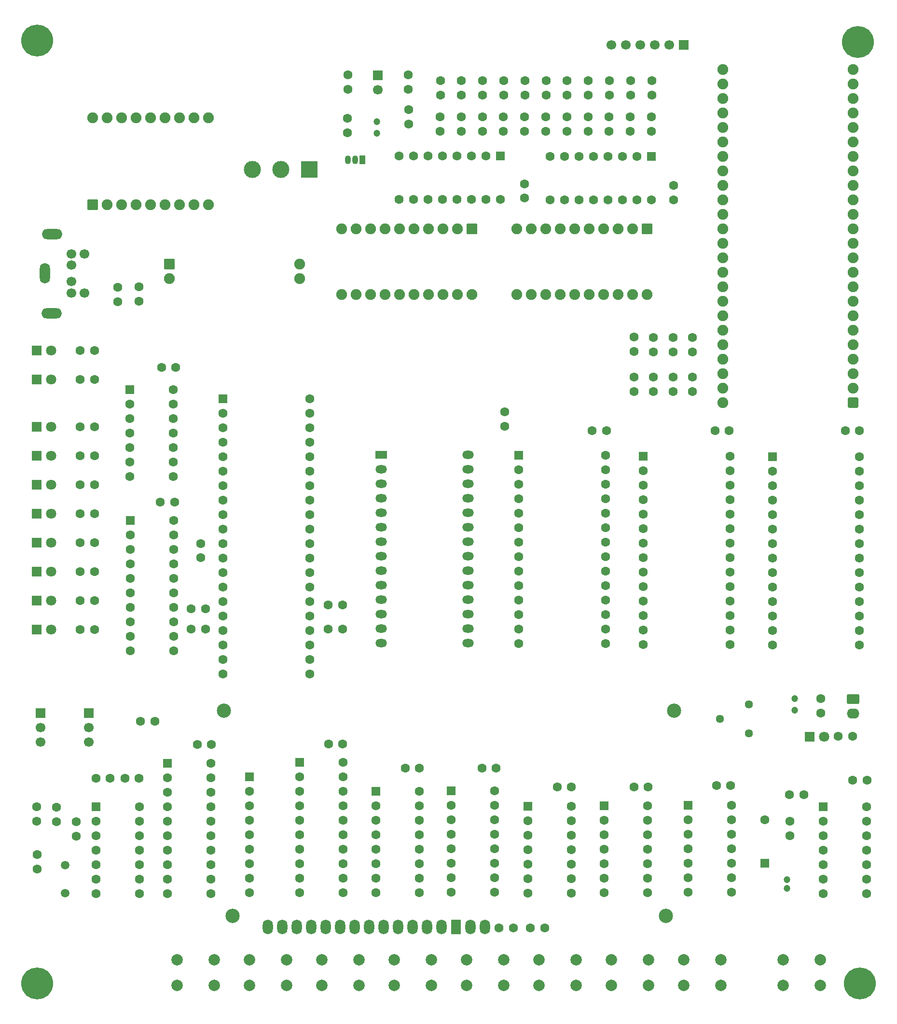
<source format=gbr>
%TF.GenerationSoftware,KiCad,Pcbnew,9.0.4-9.0.4-0~ubuntu24.04.1*%
%TF.CreationDate,2025-09-23T22:40:03-03:00*%
%TF.ProjectId,Kraft80V2,4b726166-7438-4305-9632-2e6b69636164,rev?*%
%TF.SameCoordinates,Original*%
%TF.FileFunction,Soldermask,Bot*%
%TF.FilePolarity,Negative*%
%FSLAX46Y46*%
G04 Gerber Fmt 4.6, Leading zero omitted, Abs format (unit mm)*
G04 Created by KiCad (PCBNEW 9.0.4-9.0.4-0~ubuntu24.04.1) date 2025-09-23 22:40:03*
%MOMM*%
%LPD*%
G01*
G04 APERTURE LIST*
G04 Aperture macros list*
%AMRoundRect*
0 Rectangle with rounded corners*
0 $1 Rounding radius*
0 $2 $3 $4 $5 $6 $7 $8 $9 X,Y pos of 4 corners*
0 Add a 4 corners polygon primitive as box body*
4,1,4,$2,$3,$4,$5,$6,$7,$8,$9,$2,$3,0*
0 Add four circle primitives for the rounded corners*
1,1,$1+$1,$2,$3*
1,1,$1+$1,$4,$5*
1,1,$1+$1,$6,$7*
1,1,$1+$1,$8,$9*
0 Add four rect primitives between the rounded corners*
20,1,$1+$1,$2,$3,$4,$5,0*
20,1,$1+$1,$4,$5,$6,$7,0*
20,1,$1+$1,$6,$7,$8,$9,0*
20,1,$1+$1,$8,$9,$2,$3,0*%
G04 Aperture macros list end*
%ADD10C,1.600000*%
%ADD11C,2.000000*%
%ADD12RoundRect,0.250000X-0.550000X-0.550000X0.550000X-0.550000X0.550000X0.550000X-0.550000X0.550000X0*%
%ADD13R,1.800000X1.800000*%
%ADD14C,1.800000*%
%ADD15C,1.200000*%
%ADD16RoundRect,0.250000X-0.845000X0.620000X-0.845000X-0.620000X0.845000X-0.620000X0.845000X0.620000X0*%
%ADD17O,2.190000X1.740000*%
%ADD18R,3.000000X3.000000*%
%ADD19C,3.000000*%
%ADD20C,5.600000*%
%ADD21R,1.600000X1.600000*%
%ADD22C,1.440000*%
%ADD23C,1.500000*%
%ADD24RoundRect,0.285750X-0.666750X-0.666750X0.666750X-0.666750X0.666750X0.666750X-0.666750X0.666750X0*%
%ADD25C,1.905000*%
%ADD26RoundRect,0.250000X0.550000X-0.550000X0.550000X0.550000X-0.550000X0.550000X-0.550000X-0.550000X0*%
%ADD27R,1.700000X1.700000*%
%ADD28C,1.700000*%
%ADD29RoundRect,0.250000X-0.550000X0.550000X-0.550000X-0.550000X0.550000X-0.550000X0.550000X0.550000X0*%
%ADD30RoundRect,0.250000X-0.702500X0.702500X-0.702500X-0.702500X0.702500X-0.702500X0.702500X0.702500X0*%
%ADD31O,3.600000X1.800000*%
%ADD32O,1.800000X3.600000*%
%ADD33RoundRect,0.375000X0.577500X0.577500X-0.577500X0.577500X-0.577500X-0.577500X0.577500X-0.577500X0*%
%ADD34R,1.050000X1.500000*%
%ADD35O,1.050000X1.500000*%
%ADD36R,2.000000X1.440000*%
%ADD37O,2.000000X1.440000*%
%ADD38C,2.500000*%
%ADD39R,1.800000X2.600000*%
%ADD40O,1.800000X2.600000*%
%ADD41RoundRect,0.285750X0.666750X0.666750X-0.666750X0.666750X-0.666750X-0.666750X0.666750X-0.666750X0*%
G04 APERTURE END LIST*
D10*
%TO.C,R6*%
X46755000Y-129200000D03*
X49295000Y-129200000D03*
%TD*%
%TO.C,R5*%
X46755000Y-125700000D03*
X49295000Y-125700000D03*
%TD*%
%TO.C,R4*%
X73345000Y-129200000D03*
X70805000Y-129200000D03*
%TD*%
%TO.C,R3*%
X73340000Y-125000000D03*
X70800000Y-125000000D03*
%TD*%
D11*
%TO.C,SW5*%
X101550000Y-191750000D03*
X95050000Y-191750000D03*
X101550000Y-187250000D03*
X95050000Y-187250000D03*
%TD*%
D12*
%TO.C,U9*%
X126016200Y-98933400D03*
D10*
X126016200Y-101473400D03*
X126016200Y-104013400D03*
X126016200Y-106553400D03*
X126016200Y-109093400D03*
X126016200Y-111633400D03*
X126016200Y-114173400D03*
X126016200Y-116713400D03*
X126016200Y-119253400D03*
X126016200Y-121793400D03*
X126016200Y-124333400D03*
X126016200Y-126873400D03*
X126016200Y-129413400D03*
X126016200Y-131953400D03*
X141256200Y-131953400D03*
X141256200Y-129413400D03*
X141256200Y-126873400D03*
X141256200Y-124333400D03*
X141256200Y-121793400D03*
X141256200Y-119253400D03*
X141256200Y-116713400D03*
X141256200Y-114173400D03*
X141256200Y-111633400D03*
X141256200Y-109093400D03*
X141256200Y-106553400D03*
X141256200Y-104013400D03*
X141256200Y-101473400D03*
X141256200Y-98933400D03*
%TD*%
%TO.C,R37*%
X108997600Y-33012400D03*
X108997600Y-35552400D03*
%TD*%
%TO.C,R20*%
X74195000Y-39647200D03*
X74195000Y-42187200D03*
%TD*%
D13*
%TO.C,D2*%
X155302400Y-148133200D03*
D14*
X157842400Y-148133200D03*
%TD*%
D10*
%TO.C,C12*%
X141134600Y-94412200D03*
X138634600Y-94412200D03*
%TD*%
D12*
%TO.C,U5*%
X36074800Y-110211000D03*
D10*
X36074800Y-112751000D03*
X36074800Y-115291000D03*
X36074800Y-117831000D03*
X36074800Y-120371000D03*
X36074800Y-122911000D03*
X36074800Y-125451000D03*
X36074800Y-127991000D03*
X36074800Y-130531000D03*
X36074800Y-133071000D03*
X43694800Y-133071000D03*
X43694800Y-130531000D03*
X43694800Y-127991000D03*
X43694800Y-125451000D03*
X43694800Y-122911000D03*
X43694800Y-120371000D03*
X43694800Y-117831000D03*
X43694800Y-115291000D03*
X43694800Y-112751000D03*
X43694800Y-110211000D03*
%TD*%
D11*
%TO.C,SW7*%
X126950000Y-191750000D03*
X120450000Y-191750000D03*
X126950000Y-187250000D03*
X120450000Y-187250000D03*
%TD*%
D10*
%TO.C,R21*%
X29804600Y-80366000D03*
X27264600Y-80366000D03*
%TD*%
D13*
%TO.C,D10*%
X19644600Y-109017200D03*
D14*
X22184600Y-109017200D03*
%TD*%
D11*
%TO.C,SW2*%
X63450000Y-191750000D03*
X56950000Y-191750000D03*
X63450000Y-187250000D03*
X56950000Y-187250000D03*
%TD*%
D10*
%TO.C,R10*%
X29804600Y-124257200D03*
X27264600Y-124257200D03*
%TD*%
D15*
%TO.C,C6*%
X152602400Y-141433200D03*
X152602400Y-143433200D03*
%TD*%
D10*
%TO.C,C13*%
X23100000Y-160500000D03*
X23100000Y-163000000D03*
%TD*%
%TO.C,R15*%
X29804600Y-109017200D03*
X27264600Y-109017200D03*
%TD*%
%TO.C,R17*%
X26600000Y-165550000D03*
X26600000Y-163010000D03*
%TD*%
%TO.C,C11*%
X105195600Y-53635600D03*
X105195600Y-51135600D03*
%TD*%
%TO.C,R44*%
X103240000Y-181600000D03*
X100700000Y-181600000D03*
%TD*%
D13*
%TO.C,D12*%
X19644600Y-85446000D03*
D14*
X22184600Y-85446000D03*
%TD*%
D12*
%TO.C,U18*%
X104248400Y-98755600D03*
D10*
X104248400Y-101295600D03*
X104248400Y-103835600D03*
X104248400Y-106375600D03*
X104248400Y-108915600D03*
X104248400Y-111455600D03*
X104248400Y-113995600D03*
X104248400Y-116535600D03*
X104248400Y-119075600D03*
X104248400Y-121615600D03*
X104248400Y-124155600D03*
X104248400Y-126695600D03*
X104248400Y-129235600D03*
X104248400Y-131775600D03*
X119488400Y-131775600D03*
X119488400Y-129235600D03*
X119488400Y-126695600D03*
X119488400Y-124155600D03*
X119488400Y-121615600D03*
X119488400Y-119075600D03*
X119488400Y-116535600D03*
X119488400Y-113995600D03*
X119488400Y-111455600D03*
X119488400Y-108915600D03*
X119488400Y-106375600D03*
X119488400Y-103835600D03*
X119488400Y-101295600D03*
X119488400Y-98755600D03*
%TD*%
D16*
%TO.C,CN1*%
X162902400Y-141493200D03*
D17*
X162902400Y-144033200D03*
%TD*%
D10*
%TO.C,C1*%
X48444600Y-114224200D03*
X48444600Y-116724200D03*
%TD*%
D12*
%TO.C,U93*%
X133966400Y-160096600D03*
D10*
X133966400Y-162636600D03*
X133966400Y-165176600D03*
X133966400Y-167716600D03*
X133966400Y-170256600D03*
X133966400Y-172796600D03*
X133966400Y-175336600D03*
X141586400Y-175336600D03*
X141586400Y-172796600D03*
X141586400Y-170256600D03*
X141586400Y-167716600D03*
X141586400Y-165176600D03*
X141586400Y-162636600D03*
X141586400Y-160096600D03*
%TD*%
%TO.C,R11*%
X29804600Y-129337200D03*
X27264600Y-129337200D03*
%TD*%
D18*
%TO.C,RV1*%
X67500000Y-48600000D03*
D19*
X62500000Y-48600000D03*
X57500000Y-48600000D03*
%TD*%
D10*
%TO.C,C2*%
X101733800Y-91130200D03*
X101733800Y-93630200D03*
%TD*%
%TO.C,R56*%
X120122800Y-33006000D03*
X120122800Y-35546000D03*
%TD*%
D13*
%TO.C,D6*%
X19644600Y-129337200D03*
D14*
X22184600Y-129337200D03*
%TD*%
D10*
%TO.C,R47*%
X120072000Y-41959600D03*
X120072000Y-39419600D03*
%TD*%
D12*
%TO.C,U4*%
X157664600Y-160381000D03*
D10*
X157664600Y-162921000D03*
X157664600Y-165461000D03*
X157664600Y-168001000D03*
X157664600Y-170541000D03*
X157664600Y-173081000D03*
X157664600Y-175621000D03*
X165284600Y-175621000D03*
X165284600Y-173081000D03*
X165284600Y-170541000D03*
X165284600Y-168001000D03*
X165284600Y-165461000D03*
X165284600Y-162921000D03*
X165284600Y-160381000D03*
%TD*%
%TO.C,R18*%
X19700000Y-168750000D03*
X19700000Y-171290000D03*
%TD*%
D12*
%TO.C,U11*%
X65767400Y-152603600D03*
D10*
X65767400Y-155143600D03*
X65767400Y-157683600D03*
X65767400Y-160223600D03*
X65767400Y-162763600D03*
X65767400Y-165303600D03*
X65767400Y-167843600D03*
X65767400Y-170383600D03*
X65767400Y-172923600D03*
X65767400Y-175463600D03*
X73387400Y-175463600D03*
X73387400Y-172923600D03*
X73387400Y-170383600D03*
X73387400Y-167843600D03*
X73387400Y-165303600D03*
X73387400Y-162763600D03*
X73387400Y-160223600D03*
X73387400Y-157683600D03*
X73387400Y-155143600D03*
X73387400Y-152603600D03*
%TD*%
D11*
%TO.C,SW1*%
X50750000Y-191750000D03*
X44250000Y-191750000D03*
X50750000Y-187250000D03*
X44250000Y-187250000D03*
%TD*%
D12*
%TO.C,U3*%
X79178600Y-157658200D03*
D10*
X79178600Y-160198200D03*
X79178600Y-162738200D03*
X79178600Y-165278200D03*
X79178600Y-167818200D03*
X79178600Y-170358200D03*
X79178600Y-172898200D03*
X79178600Y-175438200D03*
X86798600Y-175438200D03*
X86798600Y-172898200D03*
X86798600Y-170358200D03*
X86798600Y-167818200D03*
X86798600Y-165278200D03*
X86798600Y-162738200D03*
X86798600Y-160198200D03*
X86798600Y-157658200D03*
%TD*%
%TO.C,C8*%
X43807200Y-106934400D03*
X41307200Y-106934400D03*
%TD*%
%TO.C,R34*%
X97872400Y-33012400D03*
X97872400Y-35552400D03*
%TD*%
%TO.C,R57*%
X131282600Y-87595400D03*
X131282600Y-85055400D03*
%TD*%
%TO.C,C17*%
X73316600Y-149400000D03*
X70816600Y-149400000D03*
%TD*%
%TO.C,R45*%
X127488800Y-41959600D03*
X127488800Y-39419600D03*
%TD*%
%TO.C,C99*%
X44055800Y-83363200D03*
X41555800Y-83363200D03*
%TD*%
%TO.C,R52*%
X124450000Y-80570000D03*
X124450000Y-78030000D03*
%TD*%
%TO.C,R7*%
X162842400Y-148033200D03*
X160302400Y-148033200D03*
%TD*%
D20*
%TO.C,REF\u002A\u002A*%
X19743200Y-191410600D03*
%TD*%
D21*
%TO.C,RN1*%
X56928200Y-155143600D03*
D10*
X56928200Y-157683600D03*
X56928200Y-160223600D03*
X56928200Y-162763600D03*
X56928200Y-165303600D03*
X56928200Y-167843600D03*
X56928200Y-170383600D03*
X56928200Y-172923600D03*
X56928200Y-175463600D03*
%TD*%
D15*
%TO.C,C3*%
X151314600Y-173189600D03*
X151314600Y-174689600D03*
%TD*%
D22*
%TO.C,P1*%
X144634400Y-142418200D03*
X139554400Y-144958200D03*
X144634400Y-147498200D03*
%TD*%
D10*
%TO.C,R12*%
X29804600Y-93777200D03*
X27264600Y-93777200D03*
%TD*%
%TO.C,R14*%
X29804600Y-103937200D03*
X27264600Y-103937200D03*
%TD*%
D13*
%TO.C,D11*%
X19644600Y-80366000D03*
D14*
X22184600Y-80366000D03*
%TD*%
D10*
%TO.C,R38*%
X112706000Y-33006000D03*
X112706000Y-35546000D03*
%TD*%
D23*
%TO.C,X1*%
X24600000Y-170650000D03*
X24600000Y-175550000D03*
%TD*%
D10*
%TO.C,R30*%
X84891000Y-38091800D03*
X84891000Y-40631800D03*
%TD*%
D24*
%TO.C,U13*%
X42880000Y-65260000D03*
D25*
X42880000Y-67800000D03*
X65740000Y-67800000D03*
X65740000Y-65260000D03*
%TD*%
D10*
%TO.C,R51*%
X127853600Y-80595400D03*
X127853600Y-78055400D03*
%TD*%
D20*
%TO.C,REF\u002A\u002A*%
X19750000Y-26000000D03*
%TD*%
D11*
%TO.C,SW6*%
X114250000Y-191750000D03*
X107750000Y-191750000D03*
X114250000Y-187250000D03*
X107750000Y-187250000D03*
%TD*%
D26*
%TO.C,D1*%
X147403000Y-170282000D03*
D10*
X147403000Y-162662000D03*
%TD*%
D20*
%TO.C,REF\u002A\u002A*%
X163750000Y-26250000D03*
%TD*%
D10*
%TO.C,R46*%
X123780400Y-41959600D03*
X123780400Y-39419600D03*
%TD*%
%TO.C,R31*%
X84833800Y-34605000D03*
X84833800Y-32065000D03*
%TD*%
%TO.C,R13*%
X29804600Y-98857200D03*
X27264600Y-98857200D03*
%TD*%
%TO.C,R25*%
X105238400Y-41966000D03*
X105238400Y-39426000D03*
%TD*%
D27*
%TO.C,J9*%
X133160000Y-26800000D03*
D28*
X130620000Y-26800000D03*
X128080000Y-26800000D03*
X125540000Y-26800000D03*
X123000000Y-26800000D03*
X120460000Y-26800000D03*
%TD*%
D11*
%TO.C,RST1*%
X157150000Y-191750000D03*
X150650000Y-191750000D03*
X157150000Y-187250000D03*
X150650000Y-187250000D03*
%TD*%
D10*
%TO.C,C97*%
X126910600Y-156896200D03*
X124410600Y-156896200D03*
%TD*%
D27*
%TO.C,J3*%
X79450000Y-32150000D03*
D28*
X79450000Y-34690000D03*
%TD*%
D10*
%TO.C,C9*%
X50300000Y-149500000D03*
X47800000Y-149500000D03*
%TD*%
D29*
%TO.C,U15*%
X101030000Y-46295000D03*
D10*
X98490000Y-46295000D03*
X95950000Y-46295000D03*
X93410000Y-46295000D03*
X90870000Y-46295000D03*
X88330000Y-46295000D03*
X85790000Y-46295000D03*
X83250000Y-46295000D03*
X83250000Y-53915000D03*
X85790000Y-53915000D03*
X88330000Y-53915000D03*
X90870000Y-53915000D03*
X93410000Y-53915000D03*
X95950000Y-53915000D03*
X98490000Y-53915000D03*
X101030000Y-53915000D03*
%TD*%
%TO.C,R55*%
X123831200Y-33006000D03*
X123831200Y-35546000D03*
%TD*%
%TO.C,R2*%
X151670200Y-158242400D03*
X154210200Y-158242400D03*
%TD*%
%TO.C,C90*%
X163994600Y-94412200D03*
X161494600Y-94412200D03*
%TD*%
D12*
%TO.C,U97*%
X119234400Y-160223600D03*
D10*
X119234400Y-162763600D03*
X119234400Y-165303600D03*
X119234400Y-167843600D03*
X119234400Y-170383600D03*
X119234400Y-172923600D03*
X119234400Y-175463600D03*
X126854400Y-175463600D03*
X126854400Y-172923600D03*
X126854400Y-170383600D03*
X126854400Y-167843600D03*
X126854400Y-165303600D03*
X126854400Y-162763600D03*
X126854400Y-160223600D03*
%TD*%
D30*
%TO.C,U12*%
X126770000Y-59035000D03*
D25*
X124230000Y-59035000D03*
X121690000Y-59035000D03*
X119150000Y-59035000D03*
X116610000Y-59035000D03*
X114070000Y-59035000D03*
X111530000Y-59035000D03*
X108990000Y-59035000D03*
X106450000Y-59035000D03*
X103910000Y-59035000D03*
X103910000Y-70592000D03*
X106450000Y-70592000D03*
X108990000Y-70592000D03*
X111530000Y-70592000D03*
X114070000Y-70592000D03*
X116610000Y-70592000D03*
X119150000Y-70592000D03*
X121690000Y-70592000D03*
X124230000Y-70592000D03*
X126770000Y-70592000D03*
%TD*%
D10*
%TO.C,C19*%
X141388600Y-156642200D03*
X138888600Y-156642200D03*
%TD*%
%TO.C,R9*%
X29804600Y-119177200D03*
X27264600Y-119177200D03*
%TD*%
D13*
%TO.C,D7*%
X19644600Y-93777200D03*
D14*
X22184600Y-93777200D03*
%TD*%
D12*
%TO.C,U1*%
X52280000Y-88875000D03*
D10*
X52280000Y-91415000D03*
X52280000Y-93955000D03*
X52280000Y-96495000D03*
X52280000Y-99035000D03*
X52280000Y-101575000D03*
X52280000Y-104115000D03*
X52280000Y-106655000D03*
X52280000Y-109195000D03*
X52280000Y-111735000D03*
X52280000Y-114275000D03*
X52280000Y-116815000D03*
X52280000Y-119355000D03*
X52280000Y-121895000D03*
X52280000Y-124435000D03*
X52280000Y-126975000D03*
X52280000Y-129515000D03*
X52280000Y-132055000D03*
X52280000Y-134595000D03*
X52280000Y-137135000D03*
X67520000Y-137135000D03*
X67520000Y-134595000D03*
X67520000Y-132055000D03*
X67520000Y-129515000D03*
X67520000Y-126975000D03*
X67520000Y-124435000D03*
X67520000Y-121895000D03*
X67520000Y-119355000D03*
X67520000Y-116815000D03*
X67520000Y-114275000D03*
X67520000Y-111735000D03*
X67520000Y-109195000D03*
X67520000Y-106655000D03*
X67520000Y-104115000D03*
X67520000Y-101575000D03*
X67520000Y-99035000D03*
X67520000Y-96495000D03*
X67520000Y-93955000D03*
X67520000Y-91415000D03*
X67520000Y-88875000D03*
%TD*%
%TO.C,R50*%
X131282600Y-80595400D03*
X131282600Y-78055400D03*
%TD*%
D15*
%TO.C,C21*%
X79328400Y-40276200D03*
X79328400Y-42276200D03*
%TD*%
D10*
%TO.C,R43*%
X74273800Y-34561200D03*
X74273800Y-32021200D03*
%TD*%
D30*
%TO.C,U8*%
X95980000Y-59000000D03*
D25*
X93440000Y-59000000D03*
X90900000Y-59000000D03*
X88360000Y-59000000D03*
X85820000Y-59000000D03*
X83280000Y-59000000D03*
X80740000Y-59000000D03*
X78200000Y-59000000D03*
X75660000Y-59000000D03*
X73120000Y-59000000D03*
X73120000Y-70557000D03*
X75660000Y-70557000D03*
X78200000Y-70557000D03*
X80740000Y-70557000D03*
X83280000Y-70557000D03*
X85820000Y-70557000D03*
X88360000Y-70557000D03*
X90900000Y-70557000D03*
X93440000Y-70557000D03*
X95980000Y-70557000D03*
%TD*%
D27*
%TO.C,JP1*%
X20279000Y-143971000D03*
D28*
X20279000Y-146511000D03*
X20279000Y-149051000D03*
%TD*%
D10*
%TO.C,R39*%
X33868000Y-71784200D03*
X33868000Y-69244200D03*
%TD*%
%TO.C,C18*%
X119595400Y-94412200D03*
X117095400Y-94412200D03*
%TD*%
D12*
%TO.C,U6*%
X42602600Y-152730600D03*
D10*
X42602600Y-155270600D03*
X42602600Y-157810600D03*
X42602600Y-160350600D03*
X42602600Y-162890600D03*
X42602600Y-165430600D03*
X42602600Y-167970600D03*
X42602600Y-170510600D03*
X42602600Y-173050600D03*
X42602600Y-175590600D03*
X50222600Y-175590600D03*
X50222600Y-173050600D03*
X50222600Y-170510600D03*
X50222600Y-167970600D03*
X50222600Y-165430600D03*
X50222600Y-162890600D03*
X50222600Y-160350600D03*
X50222600Y-157810600D03*
X50222600Y-155270600D03*
X50222600Y-152730600D03*
%TD*%
%TO.C,R23*%
X112655200Y-41959600D03*
X112655200Y-39419600D03*
%TD*%
D11*
%TO.C,SW8*%
X139650000Y-191750000D03*
X133150000Y-191750000D03*
X139650000Y-187250000D03*
X133150000Y-187250000D03*
%TD*%
D10*
%TO.C,C10*%
X113448600Y-156896200D03*
X110948600Y-156896200D03*
%TD*%
%TO.C,R59*%
X124450000Y-87570000D03*
X124450000Y-85030000D03*
%TD*%
D12*
%TO.C,U7*%
X105797800Y-160294800D03*
D10*
X105797800Y-162834800D03*
X105797800Y-165374800D03*
X105797800Y-167914800D03*
X105797800Y-170454800D03*
X105797800Y-172994800D03*
X105797800Y-175534800D03*
X113417800Y-175534800D03*
X113417800Y-172994800D03*
X113417800Y-170454800D03*
X113417800Y-167914800D03*
X113417800Y-165374800D03*
X113417800Y-162834800D03*
X113417800Y-160294800D03*
%TD*%
%TO.C,R16*%
X19650000Y-162950000D03*
X19650000Y-160410000D03*
%TD*%
%TO.C,R58*%
X127853600Y-87595400D03*
X127853600Y-85055400D03*
%TD*%
%TO.C,R32*%
X90455600Y-33006000D03*
X90455600Y-35546000D03*
%TD*%
D20*
%TO.C,REF\u002A\u002A*%
X164043200Y-191410600D03*
%TD*%
D31*
%TO.C,J4*%
X22311000Y-59991200D03*
X22261000Y-73831200D03*
D32*
X21041000Y-66831200D03*
D28*
X25731000Y-68311200D03*
X25741000Y-65431200D03*
X25741000Y-70311200D03*
X25741000Y-63411200D03*
X28041000Y-70311200D03*
X28041000Y-63411200D03*
%TD*%
D10*
%TO.C,C7*%
X157202400Y-141433200D03*
X157202400Y-143933200D03*
%TD*%
D12*
%TO.C,U10*%
X30083400Y-160384400D03*
D10*
X30083400Y-162924400D03*
X30083400Y-165464400D03*
X30083400Y-168004400D03*
X30083400Y-170544400D03*
X30083400Y-173084400D03*
X30083400Y-175624400D03*
X37703400Y-175624400D03*
X37703400Y-173084400D03*
X37703400Y-170544400D03*
X37703400Y-168004400D03*
X37703400Y-165464400D03*
X37703400Y-162924400D03*
X37703400Y-160384400D03*
%TD*%
D13*
%TO.C,D3*%
X19644600Y-114097200D03*
D14*
X22184600Y-114097200D03*
%TD*%
D10*
%TO.C,R41*%
X116414400Y-33006000D03*
X116414400Y-35546000D03*
%TD*%
%TO.C,R36*%
X105289200Y-33012400D03*
X105289200Y-35552400D03*
%TD*%
%TO.C,R49*%
X134686200Y-80595400D03*
X134686200Y-78055400D03*
%TD*%
%TO.C,R28*%
X94113200Y-41959600D03*
X94113200Y-39419600D03*
%TD*%
%TO.C,R22*%
X29804600Y-85446000D03*
X27264600Y-85446000D03*
%TD*%
%TO.C,R53*%
X134711600Y-87605800D03*
X134711600Y-85065800D03*
%TD*%
D13*
%TO.C,D5*%
X19644600Y-124257200D03*
D14*
X22184600Y-124257200D03*
%TD*%
D33*
%TO.C,U19*%
X162880000Y-89490000D03*
D25*
X162880000Y-86950000D03*
X162880000Y-84410000D03*
X162880000Y-81870000D03*
X162880000Y-79330000D03*
X162880000Y-76790000D03*
X162880000Y-74250000D03*
X162880000Y-71710000D03*
X162880000Y-69170000D03*
X162880000Y-66630000D03*
X162880000Y-64090000D03*
X162880000Y-61550000D03*
X162880000Y-59010000D03*
X162880000Y-56470000D03*
X162880000Y-53930000D03*
X162880000Y-51390000D03*
X162880000Y-48850000D03*
X162880000Y-46310000D03*
X162880000Y-43770000D03*
X162880000Y-41230000D03*
X162880000Y-38690000D03*
X162880000Y-36150000D03*
X162880000Y-33610000D03*
X162880000Y-31070000D03*
X140020000Y-31070000D03*
X140020000Y-33610000D03*
X140020000Y-36150000D03*
X140020000Y-38690000D03*
X140020000Y-41230000D03*
X140020000Y-43770000D03*
X140020000Y-46310000D03*
X140020000Y-48850000D03*
X140020000Y-51390000D03*
X140020000Y-53930000D03*
X140020000Y-56470000D03*
X140020000Y-59010000D03*
X140020000Y-61550000D03*
X140020000Y-64090000D03*
X140020000Y-66630000D03*
X140020000Y-69170000D03*
X140020000Y-71710000D03*
X140020000Y-74250000D03*
X140020000Y-76790000D03*
X140020000Y-79330000D03*
X140020000Y-81870000D03*
X140020000Y-84410000D03*
X140020000Y-86950000D03*
X140020000Y-89490000D03*
%TD*%
D10*
%TO.C,R1*%
X151822600Y-162966800D03*
X151822600Y-165506800D03*
%TD*%
%TO.C,R24*%
X108946800Y-41966000D03*
X108946800Y-39426000D03*
%TD*%
%TO.C,C4*%
X131390000Y-53950000D03*
X131390000Y-51450000D03*
%TD*%
%TO.C,C20*%
X106250000Y-181600000D03*
X108750000Y-181600000D03*
%TD*%
%TO.C,R40*%
X37551000Y-71758800D03*
X37551000Y-69218800D03*
%TD*%
%TO.C,R33*%
X94164000Y-33006000D03*
X94164000Y-35546000D03*
%TD*%
D13*
%TO.C,D4*%
X19644600Y-119177200D03*
D14*
X22184600Y-119177200D03*
%TD*%
D13*
%TO.C,D8*%
X19644600Y-98857200D03*
D14*
X22184600Y-98857200D03*
%TD*%
D10*
%TO.C,R27*%
X97821600Y-41966000D03*
X97821600Y-39426000D03*
%TD*%
D27*
%TO.C,JP2*%
X28788000Y-143971000D03*
D28*
X28788000Y-146511000D03*
X28788000Y-149051000D03*
%TD*%
D13*
%TO.C,D9*%
X19644600Y-103937200D03*
D14*
X22184600Y-103937200D03*
%TD*%
D10*
%TO.C,C14*%
X30027200Y-155375600D03*
X32527200Y-155375600D03*
%TD*%
%TO.C,R26*%
X101530000Y-41966000D03*
X101530000Y-39426000D03*
%TD*%
D34*
%TO.C,Q1*%
X76813800Y-46901200D03*
D35*
X75543800Y-46901200D03*
X74273800Y-46901200D03*
%TD*%
D11*
%TO.C,SW3*%
X76150000Y-191750000D03*
X69650000Y-191750000D03*
X76150000Y-187250000D03*
X69650000Y-187250000D03*
%TD*%
D29*
%TO.C,U16*%
X127496800Y-46371200D03*
D10*
X124956800Y-46371200D03*
X122416800Y-46371200D03*
X119876800Y-46371200D03*
X117336800Y-46371200D03*
X114796800Y-46371200D03*
X112256800Y-46371200D03*
X109716800Y-46371200D03*
X109716800Y-53991200D03*
X112256800Y-53991200D03*
X114796800Y-53991200D03*
X117336800Y-53991200D03*
X119876800Y-53991200D03*
X122416800Y-53991200D03*
X124956800Y-53991200D03*
X127496800Y-53991200D03*
%TD*%
%TO.C,R35*%
X101580800Y-33012400D03*
X101580800Y-35552400D03*
%TD*%
D12*
%TO.C,U90*%
X148749200Y-99035000D03*
D10*
X148749200Y-101575000D03*
X148749200Y-104115000D03*
X148749200Y-106655000D03*
X148749200Y-109195000D03*
X148749200Y-111735000D03*
X148749200Y-114275000D03*
X148749200Y-116815000D03*
X148749200Y-119355000D03*
X148749200Y-121895000D03*
X148749200Y-124435000D03*
X148749200Y-126975000D03*
X148749200Y-129515000D03*
X148749200Y-132055000D03*
X163989200Y-132055000D03*
X163989200Y-129515000D03*
X163989200Y-126975000D03*
X163989200Y-124435000D03*
X163989200Y-121895000D03*
X163989200Y-119355000D03*
X163989200Y-116815000D03*
X163989200Y-114275000D03*
X163989200Y-111735000D03*
X163989200Y-109195000D03*
X163989200Y-106655000D03*
X163989200Y-104115000D03*
X163989200Y-101575000D03*
X163989200Y-99035000D03*
%TD*%
%TO.C,C91*%
X100240600Y-153594200D03*
X97740600Y-153594200D03*
%TD*%
D36*
%TO.C,U2*%
X80067600Y-98679400D03*
D37*
X80067600Y-101219400D03*
X80067600Y-103759400D03*
X80067600Y-106299400D03*
X80067600Y-108839400D03*
X80067600Y-111379400D03*
X80067600Y-113919400D03*
X80067600Y-116459400D03*
X80067600Y-118999400D03*
X80067600Y-121539400D03*
X80067600Y-124079400D03*
X80067600Y-126619400D03*
X80067600Y-129159400D03*
X80067600Y-131699400D03*
X95307600Y-131699400D03*
X95307600Y-129159400D03*
X95307600Y-126619400D03*
X95307600Y-124079400D03*
X95307600Y-121539400D03*
X95307600Y-118999400D03*
X95307600Y-116459400D03*
X95307600Y-113919400D03*
X95307600Y-111379400D03*
X95307600Y-108839400D03*
X95307600Y-106299400D03*
X95307600Y-103759400D03*
X95307600Y-101219400D03*
X95307600Y-98679400D03*
%TD*%
D10*
%TO.C,R29*%
X90404800Y-41959600D03*
X90404800Y-39419600D03*
%TD*%
%TO.C,R54*%
X127539600Y-33006000D03*
X127539600Y-35546000D03*
%TD*%
%TO.C,R8*%
X29804600Y-114097200D03*
X27264600Y-114097200D03*
%TD*%
D38*
%TO.C,LCD1*%
X131500000Y-143500000D03*
X130000000Y-179500000D03*
X54000000Y-179500000D03*
X52500000Y-143500000D03*
D39*
X93220000Y-181500000D03*
D40*
X90680000Y-181500000D03*
X88140000Y-181500000D03*
X85600000Y-181500000D03*
X83060000Y-181500000D03*
X80520000Y-181500000D03*
X77980000Y-181500000D03*
X75440000Y-181500000D03*
X72900000Y-181500000D03*
X70360000Y-181500000D03*
X67820000Y-181500000D03*
X65280000Y-181500000D03*
X62734920Y-181497460D03*
X60200000Y-181500000D03*
X98300000Y-181500000D03*
X95754920Y-181497460D03*
%TD*%
D11*
%TO.C,SW4*%
X88850000Y-191750000D03*
X82350000Y-191750000D03*
X88850000Y-187250000D03*
X82350000Y-187250000D03*
%TD*%
D12*
%TO.C,U91*%
X92386600Y-157556600D03*
D10*
X92386600Y-160096600D03*
X92386600Y-162636600D03*
X92386600Y-165176600D03*
X92386600Y-167716600D03*
X92386600Y-170256600D03*
X92386600Y-172796600D03*
X92386600Y-175336600D03*
X100006600Y-175336600D03*
X100006600Y-172796600D03*
X100006600Y-170256600D03*
X100006600Y-167716600D03*
X100006600Y-165176600D03*
X100006600Y-162636600D03*
X100006600Y-160096600D03*
X100006600Y-157556600D03*
%TD*%
%TO.C,C5*%
X86778600Y-153594200D03*
X84278600Y-153594200D03*
%TD*%
%TO.C,C15*%
X37607200Y-155401000D03*
X35107200Y-155401000D03*
%TD*%
%TO.C,C16*%
X165315400Y-155753200D03*
X162815400Y-155753200D03*
%TD*%
D41*
%TO.C,U17*%
X29470000Y-54825000D03*
D25*
X32010000Y-54825000D03*
X34550000Y-54825000D03*
X37090000Y-54825000D03*
X39630000Y-54825000D03*
X42170000Y-54825000D03*
X44710000Y-54825000D03*
X47250000Y-54825000D03*
X49790000Y-54825000D03*
X49790000Y-39585000D03*
X47250000Y-39585000D03*
X44710000Y-39585000D03*
X42170000Y-39585000D03*
X39630000Y-39585000D03*
X37090000Y-39585000D03*
X34550000Y-39585000D03*
X32010000Y-39585000D03*
X29470000Y-39585000D03*
%TD*%
D12*
%TO.C,U99*%
X35973200Y-87249400D03*
D10*
X35973200Y-89789400D03*
X35973200Y-92329400D03*
X35973200Y-94869400D03*
X35973200Y-97409400D03*
X35973200Y-99949400D03*
X35973200Y-102489400D03*
X43593200Y-102489400D03*
X43593200Y-99949400D03*
X43593200Y-97409400D03*
X43593200Y-94869400D03*
X43593200Y-92329400D03*
X43593200Y-89789400D03*
X43593200Y-87249400D03*
%TD*%
%TO.C,R48*%
X116363600Y-41959600D03*
X116363600Y-39419600D03*
%TD*%
%TO.C,R19*%
X37855000Y-145400000D03*
X40395000Y-145400000D03*
%TD*%
M02*

</source>
